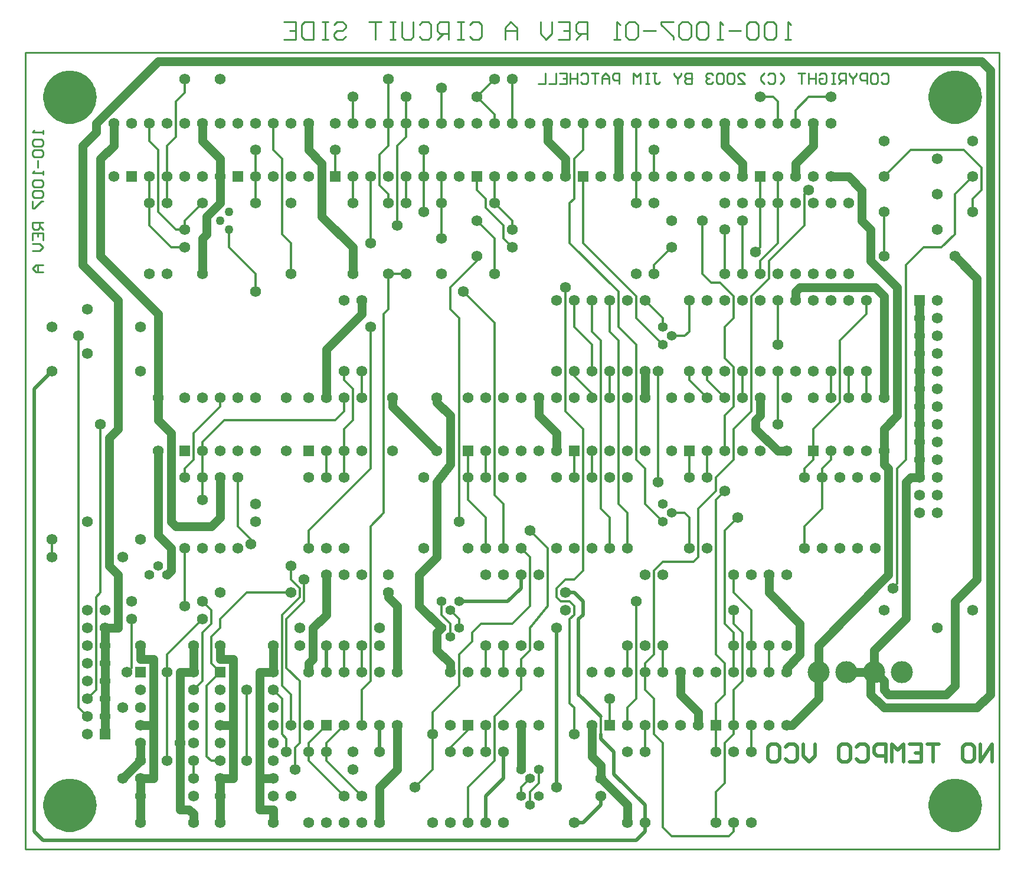
<source format=gbl>
*%FSLAX23Y23*%
*%MOIN*%
G01*
%ADD11C,0.006*%
%ADD12C,0.007*%
%ADD13C,0.008*%
%ADD14C,0.010*%
%ADD15C,0.012*%
%ADD16C,0.020*%
%ADD17C,0.032*%
%ADD18C,0.036*%
%ADD19C,0.050*%
%ADD20C,0.050*%
%ADD21C,0.052*%
%ADD22C,0.054*%
%ADD23C,0.055*%
%ADD24C,0.056*%
%ADD25C,0.059*%
%ADD26C,0.062*%
%ADD27C,0.066*%
%ADD28C,0.070*%
%ADD29C,0.090*%
%ADD30C,0.125*%
%ADD31C,0.129*%
%ADD32C,0.140*%
%ADD33C,0.160*%
%ADD34C,0.250*%
%ADD35R,0.062X0.062*%
%ADD36R,0.066X0.066*%
D14*
X11365Y9913D02*
X11375Y9923D01*
X11395D01*
X11405Y9913D01*
Y9873D01*
X11395Y9863D01*
X11375D01*
X11365Y9873D01*
X11335Y9923D02*
X11315D01*
X11335D02*
X11345Y9913D01*
Y9873D01*
X11335Y9863D01*
X11315D01*
X11305Y9873D01*
Y9913D01*
X11315Y9923D01*
X11285D02*
Y9863D01*
Y9923D02*
X11255D01*
X11245Y9913D01*
Y9893D01*
X11255Y9883D01*
X11285D01*
X11225Y9913D02*
Y9923D01*
Y9913D02*
X11205Y9893D01*
X11185Y9913D01*
Y9923D01*
X11205Y9893D02*
Y9863D01*
X11165D02*
Y9923D01*
X11135D01*
X11125Y9913D01*
Y9893D01*
X11135Y9883D01*
X11165D01*
X11145D02*
X11125Y9863D01*
X11105Y9923D02*
X11085D01*
X11095D01*
Y9863D01*
X11105D01*
X11085D01*
X11025Y9923D02*
X11015Y9913D01*
X11025Y9923D02*
X11045D01*
X11055Y9913D01*
Y9873D01*
X11045Y9863D01*
X11025D01*
X11015Y9873D01*
Y9893D01*
X11035D01*
X10995Y9923D02*
Y9863D01*
Y9893D01*
X10955D01*
Y9923D01*
Y9863D01*
X10935Y9923D02*
X10895D01*
X10915D01*
Y9863D01*
X10815Y9883D02*
X10795Y9863D01*
X10815Y9883D02*
Y9903D01*
X10795Y9923D01*
X10735D02*
X10725Y9913D01*
X10735Y9923D02*
X10755D01*
X10765Y9913D01*
Y9873D01*
X10755Y9863D01*
X10735D01*
X10725Y9873D01*
X10705Y9863D02*
X10685Y9883D01*
Y9903D01*
X10705Y9923D01*
X10595Y9863D02*
X10555D01*
X10595D02*
X10555Y9903D01*
Y9913D01*
X10565Y9923D01*
X10585D01*
X10595Y9913D01*
X10535D02*
X10525Y9923D01*
X10505D01*
X10495Y9913D01*
Y9873D01*
X10505Y9863D01*
X10525D01*
X10535Y9873D01*
Y9913D01*
X10475D02*
X10465Y9923D01*
X10445D01*
X10435Y9913D01*
Y9873D01*
X10445Y9863D01*
X10465D01*
X10475Y9873D01*
Y9913D01*
X10415D02*
X10405Y9923D01*
X10385D01*
X10375Y9913D01*
Y9903D01*
X10376D01*
X10375D02*
X10376D01*
X10375D02*
X10376D01*
X10375D02*
X10385Y9893D01*
X10395D01*
X10385D01*
X10375Y9883D01*
Y9873D01*
X10385Y9863D01*
X10405D01*
X10415Y9873D01*
X10295Y9863D02*
Y9923D01*
Y9863D02*
X10265D01*
X10255Y9873D01*
Y9883D01*
X10265Y9893D01*
X10295D01*
X10296D01*
X10295D02*
X10296D01*
X10295D02*
X10296D01*
X10295D02*
X10265D01*
X10255Y9903D01*
Y9913D01*
X10265Y9923D01*
X10295D01*
X10235D02*
Y9913D01*
X10215Y9893D01*
X10195Y9913D01*
Y9923D01*
X10215Y9893D02*
Y9863D01*
X10095Y9923D02*
X10075D01*
X10085D02*
X10095D01*
X10085D02*
Y9873D01*
X10095Y9863D01*
X10105D01*
X10115Y9873D01*
X10055Y9923D02*
X10035D01*
X10045D01*
Y9863D01*
X10055D01*
X10035D01*
X10005D02*
Y9923D01*
X9985Y9903D01*
X9965Y9923D01*
Y9863D01*
X9885D02*
Y9923D01*
X9856D01*
X9846Y9913D01*
Y9893D01*
X9856Y9883D01*
X9885D01*
X9826Y9863D02*
Y9903D01*
X9806Y9923D01*
X9786Y9903D01*
Y9863D01*
Y9893D01*
X9826D01*
X9766Y9923D02*
X9726D01*
X9746D01*
Y9863D01*
X9676Y9923D02*
X9666Y9913D01*
X9676Y9923D02*
X9696D01*
X9706Y9913D01*
Y9873D01*
X9696Y9863D01*
X9676D01*
X9666Y9873D01*
X9646Y9863D02*
Y9923D01*
Y9893D02*
Y9863D01*
Y9893D02*
X9606D01*
Y9923D01*
Y9863D01*
X9586Y9923D02*
X9546D01*
X9586D02*
Y9863D01*
X9546D01*
X9566Y9893D02*
X9586D01*
X9526Y9923D02*
Y9863D01*
X9486D01*
X9466D02*
Y9923D01*
Y9863D02*
X9426D01*
X10822Y10113D02*
X10855D01*
X10838D02*
X10822D01*
X10838D02*
Y10213D01*
X10839D01*
X10838D02*
X10855Y10196D01*
X10772D02*
X10755Y10213D01*
X10722D01*
X10705Y10196D01*
Y10130D01*
X10722Y10113D01*
X10755D01*
X10772Y10130D01*
Y10196D01*
X10672D02*
X10655Y10213D01*
X10622D01*
X10605Y10196D01*
Y10130D01*
X10622Y10113D01*
X10655D01*
X10672Y10130D01*
Y10196D01*
X10572Y10163D02*
X10505D01*
X10472Y10113D02*
X10438D01*
X10455D01*
Y10213D01*
X10456D01*
X10455D02*
X10472Y10196D01*
X10388D02*
X10372Y10213D01*
X10338D01*
X10322Y10196D01*
Y10130D01*
X10338Y10113D01*
X10372D01*
X10388Y10130D01*
Y10196D01*
X10289D02*
X10272Y10213D01*
X10239D01*
X10222Y10196D01*
Y10130D01*
X10239Y10113D01*
X10272D01*
X10289Y10130D01*
Y10196D01*
X10189Y10213D02*
X10122D01*
Y10196D01*
X10189Y10130D01*
Y10113D01*
X10089Y10163D02*
X10022D01*
X9989Y10196D02*
X9972Y10213D01*
X9939D01*
X9922Y10196D01*
Y10130D01*
X9939Y10113D01*
X9972D01*
X9989Y10130D01*
Y10196D01*
X9889Y10113D02*
X9855D01*
X9872D01*
Y10213D01*
X9873D01*
X9872D02*
X9889Y10196D01*
X9705Y10213D02*
Y10113D01*
Y10213D02*
X9655D01*
X9639Y10196D01*
Y10163D01*
X9655Y10146D01*
X9705D01*
X9672D02*
X9639Y10113D01*
X9605Y10213D02*
X9539D01*
X9605D02*
Y10113D01*
X9539D01*
X9572Y10163D02*
X9605D01*
X9505Y10146D02*
Y10213D01*
Y10146D02*
X9472Y10113D01*
X9439Y10146D01*
Y10213D01*
X9306Y10180D02*
Y10113D01*
Y10180D02*
X9272Y10213D01*
X9239Y10180D01*
Y10113D01*
Y10163D01*
X9306D01*
X9056Y10213D02*
X9039Y10196D01*
X9056Y10213D02*
X9089D01*
X9106Y10196D01*
Y10130D01*
X9089Y10113D01*
X9056D01*
X9039Y10130D01*
X9006Y10213D02*
X8972D01*
X8989D01*
Y10113D01*
X9006D01*
X8972D01*
X8922D02*
Y10213D01*
X8872D01*
X8856Y10196D01*
Y10163D01*
X8872Y10146D01*
X8922D01*
X8889D02*
X8856Y10113D01*
X8756Y10196D02*
X8772Y10213D01*
X8806D01*
X8822Y10196D01*
Y10130D01*
X8806Y10113D01*
X8772D01*
X8756Y10130D01*
X8722D02*
Y10213D01*
Y10130D02*
X8706Y10113D01*
X8672D01*
X8656Y10130D01*
Y10213D01*
X8622D02*
X8589D01*
X8606D01*
Y10113D01*
X8622D01*
X8589D01*
X8539Y10213D02*
X8472D01*
X8506D01*
Y10113D01*
X8289Y10213D02*
X8273Y10196D01*
X8289Y10213D02*
X8322D01*
X8339Y10196D01*
Y10180D01*
X8322Y10163D01*
X8289D01*
X8273Y10146D01*
Y10130D01*
X8289Y10113D01*
X8322D01*
X8339Y10130D01*
X8239Y10213D02*
X8206D01*
X8223D01*
Y10113D01*
X8239D01*
X8206D01*
X8156D02*
Y10213D01*
Y10113D02*
X8106D01*
X8089Y10130D01*
Y10196D01*
X8106Y10213D01*
X8156D01*
X8056D02*
X7989D01*
X8056D02*
Y10113D01*
X7989D01*
X8023Y10163D02*
X8056D01*
X6630Y9598D02*
Y9578D01*
Y9588D01*
X6570D01*
X6571D01*
X6570D02*
X6580Y9598D01*
Y9548D02*
X6570Y9538D01*
Y9518D01*
X6580Y9508D01*
X6620D01*
X6630Y9518D01*
Y9538D01*
X6620Y9548D01*
X6580D01*
Y9488D02*
X6570Y9478D01*
Y9458D01*
X6580Y9448D01*
X6620D01*
X6630Y9458D01*
Y9478D01*
X6620Y9488D01*
X6580D01*
X6600Y9428D02*
Y9388D01*
X6630Y9368D02*
Y9348D01*
Y9358D01*
X6570D01*
X6571D01*
X6570D02*
X6580Y9368D01*
Y9318D02*
X6570Y9308D01*
Y9288D01*
X6580Y9278D01*
X6620D01*
X6630Y9288D01*
Y9308D01*
X6620Y9318D01*
X6580D01*
Y9258D02*
X6570Y9248D01*
Y9228D01*
X6580Y9218D01*
X6620D01*
X6630Y9228D01*
Y9248D01*
X6620Y9258D01*
X6580D01*
X6570Y9198D02*
Y9158D01*
X6580D01*
X6620Y9198D01*
X6630D01*
Y9078D02*
X6570D01*
Y9048D01*
X6580Y9038D01*
X6600D01*
X6610Y9048D01*
Y9078D01*
Y9058D02*
X6630Y9038D01*
X6570Y9018D02*
Y8978D01*
Y9018D02*
X6630D01*
Y8978D01*
X6600Y8998D02*
Y9018D01*
X6610Y8958D02*
X6570D01*
X6610D02*
X6630Y8938D01*
X6610Y8918D01*
X6570D01*
X6590Y8838D02*
X6630D01*
X6590D02*
X6570Y8818D01*
X6590Y8798D01*
X6630D01*
X6600D01*
Y8838D01*
X6530Y10038D02*
X12030D01*
Y5538D02*
X6530D01*
Y10038D01*
X12030D02*
Y5538D01*
D15*
X9480Y6913D02*
X9380Y6788D01*
X8330Y5838D02*
X8130Y6038D01*
X8230D02*
X8430Y5838D01*
X9180Y8513D02*
X9005Y8688D01*
X7830Y8788D02*
X7680Y8938D01*
X7355D02*
X7230Y9063D01*
X9680Y8963D02*
X9980Y8663D01*
Y8538D02*
X10130Y8388D01*
X9880Y8688D02*
X9605Y8963D01*
X8480Y7688D02*
X8130Y7338D01*
X8930Y8713D02*
X9080Y8863D01*
X7530Y6838D02*
X7330Y6638D01*
X7530Y7838D02*
X7655Y7963D01*
X7630Y8038D02*
X7480Y7888D01*
X7780Y6988D02*
X7630Y6838D01*
X10730Y8863D02*
X10930Y9063D01*
X8980Y6463D02*
X8830Y6313D01*
X9180Y6288D02*
X9330Y6438D01*
X9180Y6038D02*
X9030Y5888D01*
X11380Y9338D02*
X11530Y9488D01*
X11280Y8563D02*
X11130Y8413D01*
Y8063D02*
X10980Y7913D01*
X10505Y5613D02*
X10180D01*
X6680Y7188D02*
Y7288D01*
X6830Y6338D02*
Y8438D01*
Y6338D02*
X6880Y6288D01*
Y6388D02*
X6930Y6438D01*
X7580Y6038D02*
X7630D01*
X6930Y6438D02*
Y6963D01*
X6955Y6988D02*
Y7938D01*
Y6988D02*
X6930Y6963D01*
X7230Y9063D02*
Y9188D01*
X7280Y9138D02*
Y9488D01*
X7230Y9538D02*
Y9638D01*
Y9338D02*
Y9188D01*
X7130Y6838D02*
Y6563D01*
X7380Y9038D02*
X7280Y9138D01*
Y9488D02*
X7230Y9538D01*
X7130Y6563D02*
X7105Y6538D01*
X7330D02*
Y6038D01*
X7430Y9038D02*
Y9088D01*
Y7688D02*
Y7638D01*
X7480Y7738D02*
Y7888D01*
X7430Y7238D02*
Y6913D01*
Y9813D02*
Y9888D01*
X7480Y6038D02*
Y5938D01*
X7330Y6538D02*
Y6638D01*
Y9188D02*
Y9338D01*
Y9513D01*
X7380Y9563D02*
Y9763D01*
X7530Y9188D02*
X7430Y9088D01*
X7480Y7738D02*
X7430Y7688D01*
X7530Y6488D02*
X7480Y6438D01*
X7330Y9513D02*
X7380Y9563D01*
Y9763D02*
X7430Y9813D01*
X7530Y7638D02*
Y7513D01*
X7680Y8938D02*
Y9038D01*
X7630Y8088D02*
Y8038D01*
Y6838D02*
Y6788D01*
X7530Y7788D02*
Y7838D01*
X7580Y6738D02*
Y6588D01*
X7555Y6463D02*
Y6063D01*
X7530Y6488D02*
Y6763D01*
X7580Y6813D02*
Y6888D01*
X7530Y7638D02*
Y7788D01*
X7580Y6588D02*
X7630Y6538D01*
X7555Y6063D02*
X7580Y6038D01*
Y6888D02*
X7530Y6938D01*
X7630Y6788D02*
X7580Y6738D01*
X7630Y6538D02*
X7555Y6463D01*
X7530Y6763D02*
X7580Y6813D01*
X9105D02*
X9280D01*
X7830Y9338D02*
Y9488D01*
Y9338D02*
Y9188D01*
Y8788D02*
Y8688D01*
X7780Y6438D02*
Y6038D01*
X7805Y7263D02*
Y7288D01*
X7730Y7363D02*
Y7638D01*
Y7363D02*
X7805Y7288D01*
X7780Y6988D02*
X8030D01*
X9580Y7063D02*
X9630D01*
X9605Y6938D02*
X9555D01*
X8030Y6413D02*
Y6238D01*
Y7063D02*
Y7138D01*
X8055Y6113D02*
Y5988D01*
X8030Y8788D02*
Y8963D01*
X7980Y6863D02*
Y6463D01*
Y6388D02*
Y6188D01*
X8005Y6163D02*
Y6088D01*
Y6563D02*
Y6838D01*
X7930Y9488D02*
Y9638D01*
X7980Y9438D02*
Y9013D01*
X8030Y7063D02*
X8080Y7013D01*
X7980Y6463D02*
X8030Y6413D01*
X8080Y6488D02*
X8005Y6563D01*
X7930Y6438D02*
X7980Y6388D01*
Y6188D02*
X8005Y6163D01*
X7980Y9438D02*
X7930Y9488D01*
X7980Y9013D02*
X8030Y8963D01*
X8080Y6138D02*
X8055Y6113D01*
X7980Y6863D02*
X8080Y6963D01*
X8105Y6938D02*
X8005Y6838D01*
X10130Y7163D02*
X10305D01*
X8130Y7238D02*
Y7338D01*
X8230Y7638D02*
Y7788D01*
Y6088D02*
Y6038D01*
Y6088D02*
Y6138D01*
X8130Y6088D02*
Y6038D01*
X8080Y6963D02*
Y7013D01*
X8105Y7063D02*
Y6938D01*
X8130Y6138D02*
Y6088D01*
X8080Y6138D02*
Y6488D01*
X8330Y6238D02*
X8230Y6138D01*
X8130D02*
X8230Y6238D01*
X10180Y7438D02*
X10255D01*
X8330Y7638D02*
Y7788D01*
Y7913D01*
Y8188D02*
Y8238D01*
X8380Y8138D02*
Y7963D01*
X8430Y8088D02*
Y8238D01*
Y6688D02*
Y6538D01*
Y6438D02*
Y6238D01*
X8380Y9638D02*
Y9788D01*
X8330Y8088D02*
Y8013D01*
Y6688D02*
Y6538D01*
X8380Y9188D02*
Y9338D01*
X8280D02*
Y9488D01*
X8330Y8188D02*
X8380Y8138D01*
Y7963D02*
X8330Y7913D01*
X8480Y6488D02*
X8430Y6438D01*
X8280Y7963D02*
X8330Y8013D01*
X8555Y8563D02*
Y7438D01*
X8580Y8588D02*
Y8788D01*
X8480Y8488D02*
Y7688D01*
X8630Y9063D02*
Y9513D01*
X8480Y7363D02*
Y6488D01*
X8530Y9288D02*
Y9463D01*
X8580Y9238D02*
Y9188D01*
X8480Y9338D02*
Y8963D01*
X8580Y9513D02*
Y9638D01*
Y9888D01*
X8530Y9288D02*
X8580Y9238D01*
Y8588D02*
X8555Y8563D01*
Y7438D02*
X8480Y7363D01*
X8630Y9513D02*
X8680Y9563D01*
X8580Y9513D02*
X8530Y9463D01*
X8830Y6313D02*
Y6188D01*
Y5988D01*
X8680Y9638D02*
Y9788D01*
X8780Y9488D02*
Y9338D01*
Y9138D01*
X8680Y9188D02*
Y9338D01*
Y9563D02*
Y9638D01*
X8830Y5988D02*
X8730Y5888D01*
X8280Y7963D02*
X7655D01*
X8880Y8988D02*
Y9188D01*
X9030Y5888D02*
Y5688D01*
Y6213D02*
Y6238D01*
Y7638D02*
Y7788D01*
Y7638D02*
Y7513D01*
X8930Y8588D02*
Y8713D01*
X8980Y8538D02*
Y7388D01*
Y6638D02*
Y6463D01*
X8930Y6113D02*
Y6088D01*
X8880Y6863D02*
Y6938D01*
X8930Y6813D02*
Y6738D01*
X8980Y6788D02*
Y6838D01*
X8880Y9638D02*
Y9838D01*
Y9338D02*
Y9188D01*
X9030Y7513D02*
X9130Y7413D01*
X8980Y8538D02*
X8930Y8588D01*
X8880Y6863D02*
X8930Y6813D01*
X8980Y6838D02*
X8930Y6888D01*
X9030Y6213D02*
X8930Y6113D01*
X8980Y6638D02*
X9055Y6713D01*
X9230Y7238D02*
Y7488D01*
Y6688D02*
Y6538D01*
Y8988D02*
Y9063D01*
X9180Y9638D02*
Y9688D01*
X9055Y6763D02*
Y6713D01*
X9080Y8863D02*
Y8888D01*
X9180Y8513D02*
Y7538D01*
X9130Y6688D02*
Y6538D01*
X9180Y6288D02*
Y6038D01*
X9130Y6088D02*
Y6238D01*
X9180Y8788D02*
Y8988D01*
Y9188D02*
Y9338D01*
X9130Y7788D02*
Y7638D01*
Y7413D02*
Y7238D01*
Y9163D02*
Y9213D01*
X9080Y9263D02*
Y9338D01*
X9230Y8988D02*
X9280Y8938D01*
X9180Y9688D02*
X9080Y9788D01*
X9180Y7538D02*
X9230Y7488D01*
X9180Y8988D02*
X9080Y9088D01*
X9180Y9188D02*
X9280Y9088D01*
X9130Y9213D02*
X9080Y9263D01*
X9130Y9163D02*
X9230Y9063D01*
X9080Y9788D02*
X9180Y9888D01*
X9105Y6813D02*
X9055Y6763D01*
X10180Y8438D02*
X10255D01*
X9430Y5938D02*
Y5913D01*
Y5938D02*
Y5988D01*
X9380Y6913D02*
Y7188D01*
Y6788D02*
Y6688D01*
X9330Y6613D02*
Y6538D01*
X9380Y6663D02*
Y6688D01*
X9330Y6538D02*
Y6438D01*
X9380Y5863D02*
Y5788D01*
X9330Y5838D02*
Y5888D01*
X9280Y9038D02*
Y9088D01*
Y9638D02*
Y9888D01*
X9380Y7338D02*
X9480Y7238D01*
X9380Y7188D02*
X9330Y7238D01*
X9380Y6913D02*
X9280Y6813D01*
X9380Y6663D02*
X9330Y6613D01*
X9430Y5913D02*
X9380Y5863D01*
X9330Y5888D02*
X9380Y5938D01*
X9630Y6188D02*
Y6338D01*
X9605Y6363D02*
Y6838D01*
X9630Y6863D02*
Y6913D01*
Y8488D02*
Y8638D01*
Y8238D02*
Y8213D01*
Y7788D02*
Y7638D01*
X9605Y8963D02*
Y9188D01*
X9630Y9213D02*
Y9438D01*
X9580Y8713D02*
Y8013D01*
X9480Y7238D02*
Y6913D01*
X9530Y6963D02*
Y7013D01*
X9605Y6363D02*
X9630Y6338D01*
Y6913D02*
X9605Y6938D01*
X9680Y7913D02*
X9580Y8013D01*
X9730Y8388D02*
X9630Y8488D01*
Y8213D02*
X9730Y8113D01*
X9530Y6963D02*
X9555Y6938D01*
X9630Y6863D02*
X9605Y6838D01*
X9630Y7063D02*
X9680Y7113D01*
X9605Y9188D02*
X9630Y9213D01*
Y9438D02*
X9680Y9488D01*
X9580Y7063D02*
X9530Y7013D01*
X8680Y8788D02*
X8580D01*
X10405Y8738D02*
X10455D01*
X9830Y6388D02*
Y6238D01*
X9780Y6188D02*
Y6288D01*
Y7463D02*
Y8413D01*
X9830Y7413D02*
Y7238D01*
Y8463D02*
Y8638D01*
Y8238D02*
Y8088D01*
X9680Y7913D02*
Y7113D01*
X9730Y8238D02*
Y8388D01*
Y8463D02*
Y8638D01*
Y8113D02*
Y8088D01*
Y7788D02*
Y7638D01*
X9680Y8963D02*
Y9338D01*
Y9488D02*
Y9638D01*
X9780Y7463D02*
X9830Y7413D01*
X9880Y8413D02*
X9830Y8463D01*
X9780Y8413D02*
X9730Y8463D01*
X7430Y9038D02*
X7380D01*
X11605Y8938D02*
X11705D01*
X7430D02*
X7355D01*
X10030Y6538D02*
Y6438D01*
Y6538D02*
Y6588D01*
Y6238D02*
Y6088D01*
Y7488D02*
Y7688D01*
X9980Y6938D02*
Y6388D01*
Y9338D02*
Y9638D01*
Y9338D02*
Y9188D01*
Y8663D02*
Y8538D01*
Y8388D02*
Y7738D01*
X9930Y6688D02*
Y6538D01*
Y6338D02*
Y6238D01*
X9880Y7488D02*
Y8413D01*
X9930Y7438D02*
Y7238D01*
X9880Y8488D02*
Y8688D01*
X10030Y6438D02*
X10080Y6388D01*
X10130Y7388D02*
X10030Y7488D01*
X10130Y8538D02*
X10030Y8638D01*
X9980Y7738D02*
X10030Y7688D01*
X9880Y7488D02*
X9930Y7438D01*
X9980Y8388D02*
X9880Y8488D01*
X10080Y6638D02*
X10030Y6588D01*
X9980Y6388D02*
X9930Y6338D01*
X10105Y7613D02*
Y8238D01*
X10080Y9338D02*
Y9488D01*
Y6388D02*
Y6188D01*
X10130Y6138D02*
Y5663D01*
X10080Y8788D02*
Y8838D01*
X10130Y6688D02*
Y6538D01*
X10080Y6638D02*
Y7113D01*
X10130Y8488D02*
Y8538D01*
X10080Y6188D02*
X10130Y6138D01*
Y5663D02*
X10180Y5613D01*
X10080Y8838D02*
X10180Y8938D01*
X10130Y7163D02*
X10080Y7113D01*
X10380Y7638D02*
Y7788D01*
Y8188D02*
Y8238D01*
X10355Y8788D02*
Y9088D01*
X10330Y7463D02*
Y7188D01*
X10280Y7238D02*
Y7413D01*
Y7638D02*
Y7788D01*
Y8463D02*
Y8638D01*
Y8238D02*
Y8188D01*
X10380D02*
X10480Y8088D01*
X10405Y8738D02*
X10355Y8788D01*
X10255Y7438D02*
X10280Y7413D01*
X10380Y8088D02*
X10280Y8188D01*
X10430Y7563D02*
X10330Y7463D01*
Y7188D02*
X10305Y7163D01*
X10255Y8438D02*
X10280Y8463D01*
X11530Y9488D02*
X11830D01*
X10580Y9088D02*
Y8788D01*
Y6763D02*
Y6488D01*
Y8088D02*
Y8238D01*
X10480Y7338D02*
Y6813D01*
X10530Y5688D02*
Y5638D01*
Y8038D02*
Y8263D01*
X10430Y7638D02*
Y7588D01*
X10530Y7738D02*
Y7913D01*
X10480Y7988D02*
Y7788D01*
Y8313D02*
Y8488D01*
X10530Y8538D02*
Y8663D01*
X10430Y7588D02*
Y7563D01*
Y7513D02*
Y6638D01*
X10480Y6588D02*
Y6413D01*
X10530Y6688D02*
Y6763D01*
X10430Y6363D02*
Y6238D01*
X10480Y8788D02*
Y9038D01*
X10530Y6438D02*
Y6238D01*
Y6813D02*
Y6888D01*
Y6988D02*
Y7088D01*
Y6688D02*
Y6538D01*
X10430Y6238D02*
Y6088D01*
Y5863D02*
Y5688D01*
X10480Y5913D02*
Y6138D01*
X10530Y6188D02*
Y6238D01*
Y8263D02*
X10480Y8313D01*
X10530Y8663D02*
X10505Y8688D01*
X10455Y8738D01*
X10480Y6813D02*
X10530Y6763D01*
X10430Y6638D02*
X10480Y6588D01*
X10580Y6763D02*
X10530Y6813D01*
X10630Y6888D02*
X10530Y6988D01*
X10480Y7338D02*
X10555Y7413D01*
X10530Y5638D02*
X10505Y5613D01*
X10480Y7988D02*
X10530Y8038D01*
Y7738D02*
X10430Y7638D01*
X10530Y7913D02*
X10630Y8013D01*
X10480Y8488D02*
X10530Y8538D01*
X10480Y7563D02*
X10430Y7513D01*
X10480Y6413D02*
X10430Y6363D01*
X10530Y6438D02*
X10580Y6488D01*
X10480Y5913D02*
X10430Y5863D01*
X10480Y6138D02*
X10530Y6188D01*
X10955Y9788D02*
X11080D01*
X10755D02*
X10680D01*
X10780Y8638D02*
Y8388D01*
Y9188D02*
Y9338D01*
Y9188D02*
Y8963D01*
Y9638D02*
Y9763D01*
Y8238D02*
Y7938D01*
X10630Y8013D02*
Y8663D01*
X10730Y8763D02*
Y8863D01*
X10680Y8938D02*
Y9188D01*
X10630Y6888D02*
Y6688D01*
X10730D02*
Y6538D01*
X10630D02*
Y6688D01*
Y6238D02*
Y6088D01*
X10680Y9188D02*
Y9338D01*
Y8863D02*
Y8788D01*
X10780Y9763D02*
X10755Y9788D01*
X10730Y8763D02*
X10630Y8663D01*
X10655Y8913D02*
X10680Y8938D01*
Y8863D02*
X10780Y8963D01*
X10980Y7913D02*
Y7788D01*
Y7738D01*
X10930Y9063D02*
Y9238D01*
Y7363D02*
Y7238D01*
X10880Y9638D02*
Y9713D01*
X10930Y7663D02*
Y7638D01*
Y7663D02*
Y7688D01*
Y9238D02*
X10955Y9263D01*
X11030Y7463D02*
X10930Y7363D01*
X10880Y9713D02*
X10955Y9788D01*
X10980Y7738D02*
X10930Y7688D01*
X11180Y8088D02*
Y8238D01*
X11080D02*
Y8088D01*
X11130Y8063D02*
Y8413D01*
X11030Y7638D02*
Y7613D01*
Y7463D01*
X11080Y7738D02*
Y7788D01*
X11030Y7688D02*
Y7638D01*
Y7688D02*
X11080Y7738D01*
X11380Y8888D02*
Y9138D01*
X11280Y8238D02*
Y8088D01*
Y8563D02*
Y8638D01*
X11455Y7688D02*
Y7038D01*
X11505Y7738D02*
Y8838D01*
X11455Y7038D02*
X11430Y7013D01*
X11455Y7688D02*
X11505Y7738D01*
Y8838D02*
X11605Y8938D01*
X11780Y9013D02*
Y9238D01*
X11880Y9338D01*
X11780Y9013D02*
X11705Y8938D01*
X11930Y9263D02*
Y9388D01*
X11880Y9213D02*
Y9138D01*
X11930Y9388D02*
X11830Y9488D01*
X11930Y9263D02*
X11880Y9213D01*
D16*
X9855Y5963D02*
X10030Y5788D01*
X9680Y5688D02*
X9630D01*
X9980Y5588D02*
X6630D01*
X6580Y5638D02*
Y8138D01*
Y5638D02*
X6630Y5588D01*
X6580Y8138D02*
X6680Y8238D01*
X9580Y6988D02*
X9630D01*
X9255Y6938D02*
X8980D01*
X8230Y6688D02*
Y6538D01*
X8530Y6238D02*
Y6088D01*
X9230D02*
Y5938D01*
X9130Y5838D02*
Y5688D01*
Y5838D02*
X9230Y5938D01*
X9330Y7013D02*
Y7088D01*
Y7013D02*
X9255Y6938D01*
X9530Y6788D02*
Y5888D01*
X9680Y6938D02*
X9630Y6988D01*
X9780Y6188D02*
Y6163D01*
Y5838D02*
Y5788D01*
X9655Y6413D02*
Y6838D01*
X9680Y6863D02*
Y6938D01*
X9780Y6163D02*
X9855Y6088D01*
X9680Y6388D02*
X9655Y6413D01*
X9680Y6388D02*
X9780Y6288D01*
X9655Y6838D02*
X9680Y6863D01*
X9780Y5788D02*
X9680Y5688D01*
X10030D02*
Y5638D01*
Y5688D02*
Y5788D01*
X9855Y5963D02*
Y6088D01*
X10030Y5638D02*
X9980Y5588D01*
X11990Y6033D02*
Y6133D01*
X11923Y6033D01*
Y6133D01*
X11873D02*
X11840D01*
X11873D02*
X11890Y6116D01*
Y6050D01*
X11873Y6033D01*
X11840D01*
X11823Y6050D01*
Y6116D01*
X11840Y6133D01*
X11690D02*
X11623D01*
X11657D01*
Y6033D01*
X11590Y6133D02*
X11523D01*
X11590D02*
Y6033D01*
X11523D01*
X11557Y6083D02*
X11590D01*
X11490Y6033D02*
Y6133D01*
X11457Y6100D01*
X11424Y6133D01*
Y6033D01*
X11390D02*
Y6133D01*
X11340D01*
X11324Y6116D01*
Y6083D01*
X11340Y6066D01*
X11390D01*
X11240Y6133D02*
X11224Y6116D01*
X11240Y6133D02*
X11274D01*
X11290Y6116D01*
Y6050D01*
X11274Y6033D01*
X11240D01*
X11224Y6050D01*
X11174Y6133D02*
X11140D01*
X11174D02*
X11190Y6116D01*
Y6050D01*
X11174Y6033D01*
X11140D01*
X11124Y6050D01*
Y6116D01*
X11140Y6133D01*
X10990D02*
Y6066D01*
X10957Y6033D01*
X10924Y6066D01*
Y6133D01*
X10840D02*
X10824Y6116D01*
X10840Y6133D02*
X10874D01*
X10890Y6116D01*
Y6050D01*
X10874Y6033D01*
X10840D01*
X10824Y6050D01*
X10774Y6133D02*
X10740D01*
X10774D02*
X10790Y6116D01*
Y6050D01*
X10774Y6033D01*
X10740D01*
X10724Y6050D01*
Y6116D01*
X10740Y6133D01*
D20*
X8855Y7613D02*
X8930Y7713D01*
X11012Y6688D02*
X11405Y7088D01*
X8930Y7988D02*
X8855Y8063D01*
X8605Y8038D02*
X8855Y7788D01*
X8580Y6963D02*
X8630Y6913D01*
X11330Y6538D02*
X11380Y6488D01*
Y6438D02*
X11405Y6413D01*
X11905Y8763D02*
X11780Y8888D01*
X10580Y9413D02*
X10480Y9513D01*
X9580Y9438D02*
X9480Y9538D01*
X10655Y7913D02*
X10780Y7788D01*
X9530Y7888D02*
X9430Y7988D01*
X7355Y7888D02*
X7280Y7963D01*
X7355Y7388D02*
X7380Y7363D01*
X11380Y7713D02*
X11405Y7688D01*
X10230Y6413D02*
X10330Y6313D01*
X10905Y6813D02*
X10730Y6988D01*
X11255Y9263D02*
X11180Y9338D01*
X11255Y9088D02*
X11305Y9038D01*
X7630Y9438D02*
X7530Y9538D01*
X6955Y8888D02*
X7280Y8563D01*
X9730Y6063D02*
X9780Y6013D01*
Y5938D02*
X9930Y5788D01*
X8930Y6588D02*
X8855Y6663D01*
X7355Y7238D02*
X7330Y7263D01*
X7280Y7313D01*
X7455Y5763D02*
X7480Y5738D01*
X7055Y7088D02*
X7005Y7138D01*
X7055Y8638D02*
X6855Y8838D01*
X11305Y6413D02*
X11380Y6338D01*
X11980Y9938D02*
X11930Y9988D01*
X11305Y8863D02*
X11455Y8713D01*
X11380Y8663D02*
X11330Y8713D01*
X8380Y8938D02*
X8205Y9113D01*
Y9413D02*
X8130Y9488D01*
X8755Y6913D02*
X8880Y6788D01*
X8230Y8363D02*
X8430Y8563D01*
X7180Y6038D02*
X7080Y5938D01*
X7530Y8988D02*
X7555Y9013D01*
Y9113D02*
X7580Y9138D01*
X7630Y9188D01*
X11730Y6413D02*
X11780Y6463D01*
Y6938D02*
X11905Y7063D01*
X10680Y7988D02*
X10655Y7963D01*
X7630Y7413D02*
X7580Y7363D01*
X10830Y6563D02*
X10905Y6638D01*
X10880Y9413D02*
X10980Y9513D01*
X11530Y7638D02*
X11505Y7613D01*
Y6844D02*
X11324Y6663D01*
X11380Y7913D02*
X11455Y7988D01*
X7030Y9513D02*
X6955Y9438D01*
X8880Y6788D02*
X8855Y6763D01*
X7355Y7113D02*
X7330Y7088D01*
X8155Y6788D02*
X8230Y6863D01*
X8155Y6613D02*
X8130Y6588D01*
X10862Y6238D02*
X11012Y6388D01*
X8630Y5988D02*
X8530Y5888D01*
X7005Y7863D02*
X7055Y7913D01*
X6855Y9513D02*
X6930Y9588D01*
Y9638D02*
X7280Y9988D01*
X11905Y6338D02*
X11980Y6413D01*
X10880Y8688D02*
X10905Y8713D01*
X8855Y7188D02*
X8755Y7088D01*
X7930Y5763D02*
X7855D01*
X7455D02*
X7430D01*
X7405D01*
X6855Y8838D02*
Y9513D01*
X7855Y5938D02*
X7930D01*
X7255D02*
X7180D01*
X7630D02*
X7705D01*
X7055Y6788D02*
Y7088D01*
Y7913D02*
Y8638D01*
X7030Y9513D02*
Y9638D01*
X6955Y9438D02*
Y8888D01*
X6980Y6288D02*
Y6188D01*
Y6288D02*
Y6388D01*
Y6488D01*
Y6588D01*
Y6688D01*
Y6788D01*
X7005Y7138D02*
Y7863D01*
X6930Y9588D02*
Y9638D01*
X7180Y6238D02*
X7255D01*
X7630D02*
X7705D01*
X10830D02*
X10862D01*
X7280Y7963D02*
Y8088D01*
Y8563D01*
Y7788D02*
Y7313D01*
X7255Y6238D02*
Y5938D01*
Y6238D02*
Y6613D01*
X7180Y6138D02*
Y6038D01*
Y5838D02*
Y5688D01*
Y5838D02*
Y5938D01*
Y6613D02*
Y6688D01*
X11405Y6413D02*
X11730D01*
X11905Y6338D02*
X11380D01*
X7480Y5738D02*
Y5688D01*
Y6538D02*
Y6688D01*
X7355Y7388D02*
Y7888D01*
Y7238D02*
Y7113D01*
X7405Y6538D02*
Y5763D01*
X7630Y6613D02*
X7705D01*
X7255D02*
X7180D01*
X11168Y6538D02*
X11180D01*
X11324D01*
X7480D02*
X7405D01*
X7855D02*
X7930D01*
X7630Y9188D02*
Y9338D01*
Y7638D02*
Y7413D01*
Y9338D02*
Y9438D01*
Y5838D02*
Y5688D01*
Y6613D02*
Y6688D01*
Y5938D02*
Y5838D01*
X7530Y8788D02*
Y8988D01*
X7555Y9013D02*
Y9113D01*
X7530Y9538D02*
Y9638D01*
X7055Y6788D02*
X6980D01*
X7855Y5938D02*
Y5763D01*
Y5938D02*
Y6538D01*
X7705Y6613D02*
Y6238D01*
Y5938D01*
X7930Y6538D02*
Y6688D01*
Y5763D02*
Y5688D01*
X8230Y8088D02*
Y8363D01*
Y7088D02*
Y6863D01*
X8155Y6788D02*
Y6613D01*
X8130Y6588D02*
Y6538D01*
X8205Y9113D02*
Y9413D01*
X8130Y9488D02*
Y9638D01*
X7580Y7363D02*
X7380D01*
X8430Y8563D02*
Y8638D01*
X8380Y8788D02*
Y8938D01*
X11530Y7638D02*
X11580D01*
X8605Y8038D02*
Y8088D01*
X8630Y6913D02*
Y6538D01*
Y6238D02*
Y5988D01*
X8580Y6963D02*
Y6988D01*
X8530Y5888D02*
Y5688D01*
X10780Y7788D02*
X10830D01*
X8855Y8063D02*
Y8088D01*
Y7613D02*
Y7188D01*
Y6763D02*
Y6663D01*
X8755Y6913D02*
Y7088D01*
X8930Y7713D02*
Y7988D01*
Y6588D02*
Y6538D01*
X9430Y7988D02*
Y8088D01*
X9330Y6238D02*
Y5988D01*
X9580Y9338D02*
Y9438D01*
X9480Y9538D02*
Y9638D01*
X9530Y7888D02*
Y7788D01*
X10905Y8713D02*
X11330D01*
X9780Y6013D02*
Y5938D01*
X9730Y6063D02*
Y6238D01*
X10030Y8088D02*
Y8238D01*
X9930Y5788D02*
Y5688D01*
X9880Y9338D02*
Y9638D01*
X11080Y9338D02*
X11180D01*
X10230Y6538D02*
Y6413D01*
X10330Y6313D02*
Y6238D01*
X10580Y9338D02*
Y9413D01*
X10480Y9513D02*
Y9638D01*
X10655Y7963D02*
Y7913D01*
X10680Y7988D02*
Y8088D01*
X10730Y7088D02*
Y6988D01*
X11930Y9988D02*
X7280D01*
X10980Y9638D02*
Y9513D01*
X10830Y6563D02*
Y6538D01*
X10905Y6638D02*
Y6813D01*
X10880Y9338D02*
Y9413D01*
Y8688D02*
Y8638D01*
X11012Y6688D02*
Y6538D01*
Y6388D01*
X11380Y6438D02*
Y6488D01*
Y7713D02*
Y7788D01*
Y7913D01*
Y8088D02*
Y8663D01*
X11324Y6663D02*
Y6538D01*
X11255Y9088D02*
Y9263D01*
X11305Y6538D02*
Y6413D01*
Y8863D02*
Y9038D01*
X11580Y8638D02*
Y8538D01*
Y8438D01*
Y8338D01*
Y8238D01*
Y8138D01*
Y8038D01*
Y7938D01*
Y7838D01*
Y7738D01*
Y7638D01*
X11405Y7688D02*
Y7088D01*
X11505Y6844D02*
Y7613D01*
X11455Y7988D02*
Y8713D01*
X11780Y6938D02*
Y6463D01*
X11980Y6413D02*
Y8888D01*
Y9938D01*
X11905Y8763D02*
Y7063D01*
X11655Y9788D02*
X11656D01*
X11655D02*
X11655Y9778D01*
X11657Y9768D01*
X11659Y9758D01*
X11661Y9748D01*
X11665Y9739D01*
X11669Y9730D01*
X11674Y9721D01*
X11680Y9713D01*
X11686Y9705D01*
X11693Y9698D01*
X11701Y9691D01*
X11709Y9685D01*
X11718Y9680D01*
X11726Y9675D01*
X11736Y9671D01*
X11745Y9668D01*
X11755Y9666D01*
X11765Y9664D01*
X11775Y9663D01*
X11785D01*
X11795Y9664D01*
X11805Y9666D01*
X11815Y9668D01*
X11824Y9671D01*
X11834Y9675D01*
X11842Y9680D01*
X11851Y9685D01*
X11859Y9691D01*
X11867Y9698D01*
X11874Y9705D01*
X11880Y9713D01*
X11886Y9721D01*
X11891Y9730D01*
X11895Y9739D01*
X11899Y9748D01*
X11901Y9758D01*
X11903Y9768D01*
X11905Y9778D01*
X11905Y9788D01*
X11906D01*
X11905D02*
X11905Y9798D01*
X11903Y9808D01*
X11901Y9818D01*
X11899Y9828D01*
X11895Y9837D01*
X11891Y9846D01*
X11886Y9855D01*
X11880Y9863D01*
X11874Y9871D01*
X11867Y9878D01*
X11859Y9885D01*
X11851Y9891D01*
X11842Y9896D01*
X11834Y9901D01*
X11824Y9905D01*
X11815Y9908D01*
X11805Y9910D01*
X11795Y9912D01*
X11785Y9913D01*
X11775D01*
X11765Y9912D01*
X11755Y9910D01*
X11745Y9908D01*
X11736Y9905D01*
X11726Y9901D01*
X11718Y9896D01*
X11709Y9891D01*
X11701Y9885D01*
X11693Y9878D01*
X11686Y9871D01*
X11680Y9863D01*
X11674Y9855D01*
X11669Y9846D01*
X11665Y9837D01*
X11661Y9828D01*
X11659Y9818D01*
X11657Y9808D01*
X11655Y9798D01*
X11655Y9788D01*
X11703D02*
X11704D01*
X11703D02*
X11704Y9779D01*
X11705Y9770D01*
X11708Y9762D01*
X11711Y9753D01*
X11716Y9746D01*
X11721Y9739D01*
X11727Y9732D01*
X11734Y9726D01*
X11742Y9721D01*
X11750Y9717D01*
X11758Y9714D01*
X11767Y9712D01*
X11776Y9711D01*
X11784D01*
X11793Y9712D01*
X11802Y9714D01*
X11810Y9717D01*
X11818Y9721D01*
X11826Y9726D01*
X11833Y9732D01*
X11839Y9739D01*
X11844Y9746D01*
X11849Y9753D01*
X11852Y9762D01*
X11855Y9770D01*
X11856Y9779D01*
X11857Y9788D01*
X11858D01*
X11857D02*
X11856Y9797D01*
X11855Y9806D01*
X11852Y9814D01*
X11849Y9823D01*
X11844Y9830D01*
X11839Y9837D01*
X11833Y9844D01*
X11826Y9850D01*
X11818Y9855D01*
X11810Y9859D01*
X11802Y9862D01*
X11793Y9864D01*
X11784Y9865D01*
X11776D01*
X11767Y9864D01*
X11758Y9862D01*
X11750Y9859D01*
X11742Y9855D01*
X11734Y9850D01*
X11727Y9844D01*
X11721Y9837D01*
X11716Y9830D01*
X11711Y9823D01*
X11708Y9814D01*
X11705Y9806D01*
X11704Y9797D01*
X11703Y9788D01*
X11751D02*
X11752D01*
X11751D02*
X11752Y9782D01*
X11754Y9776D01*
X11757Y9771D01*
X11761Y9766D01*
X11766Y9763D01*
X11771Y9760D01*
X11777Y9759D01*
X11783D01*
X11789Y9760D01*
X11794Y9763D01*
X11799Y9766D01*
X11803Y9771D01*
X11806Y9776D01*
X11808Y9782D01*
X11809Y9788D01*
X11810D01*
X11809D02*
X11808Y9794D01*
X11806Y9800D01*
X11803Y9805D01*
X11799Y9810D01*
X11794Y9813D01*
X11789Y9816D01*
X11783Y9817D01*
X11777D01*
X11771Y9816D01*
X11766Y9813D01*
X11761Y9810D01*
X11757Y9805D01*
X11754Y9800D01*
X11752Y9794D01*
X11751Y9788D01*
X11780D02*
D03*
X11655Y5788D02*
X11656D01*
X11655D02*
X11655Y5778D01*
X11657Y5768D01*
X11659Y5758D01*
X11661Y5748D01*
X11665Y5739D01*
X11669Y5730D01*
X11674Y5721D01*
X11680Y5713D01*
X11686Y5705D01*
X11693Y5698D01*
X11701Y5691D01*
X11709Y5685D01*
X11718Y5680D01*
X11726Y5675D01*
X11736Y5671D01*
X11745Y5668D01*
X11755Y5666D01*
X11765Y5664D01*
X11775Y5663D01*
X11785D01*
X11795Y5664D01*
X11805Y5666D01*
X11815Y5668D01*
X11824Y5671D01*
X11834Y5675D01*
X11842Y5680D01*
X11851Y5685D01*
X11859Y5691D01*
X11867Y5698D01*
X11874Y5705D01*
X11880Y5713D01*
X11886Y5721D01*
X11891Y5730D01*
X11895Y5739D01*
X11899Y5748D01*
X11901Y5758D01*
X11903Y5768D01*
X11905Y5778D01*
X11905Y5788D01*
X11906D01*
X11905D02*
X11905Y5798D01*
X11903Y5808D01*
X11901Y5818D01*
X11899Y5828D01*
X11895Y5837D01*
X11891Y5846D01*
X11886Y5855D01*
X11880Y5863D01*
X11874Y5871D01*
X11867Y5878D01*
X11859Y5885D01*
X11851Y5891D01*
X11842Y5896D01*
X11834Y5901D01*
X11824Y5905D01*
X11815Y5908D01*
X11805Y5910D01*
X11795Y5912D01*
X11785Y5913D01*
X11775D01*
X11765Y5912D01*
X11755Y5910D01*
X11745Y5908D01*
X11736Y5905D01*
X11726Y5901D01*
X11718Y5896D01*
X11709Y5891D01*
X11701Y5885D01*
X11693Y5878D01*
X11686Y5871D01*
X11680Y5863D01*
X11674Y5855D01*
X11669Y5846D01*
X11665Y5837D01*
X11661Y5828D01*
X11659Y5818D01*
X11657Y5808D01*
X11655Y5798D01*
X11655Y5788D01*
X11703D02*
X11704D01*
X11703D02*
X11704Y5779D01*
X11705Y5770D01*
X11708Y5762D01*
X11711Y5753D01*
X11716Y5746D01*
X11721Y5739D01*
X11727Y5732D01*
X11734Y5726D01*
X11742Y5721D01*
X11750Y5717D01*
X11758Y5714D01*
X11767Y5712D01*
X11776Y5711D01*
X11784D01*
X11793Y5712D01*
X11802Y5714D01*
X11810Y5717D01*
X11818Y5721D01*
X11826Y5726D01*
X11833Y5732D01*
X11839Y5739D01*
X11844Y5746D01*
X11849Y5753D01*
X11852Y5762D01*
X11855Y5770D01*
X11856Y5779D01*
X11857Y5788D01*
X11858D01*
X11857D02*
X11856Y5797D01*
X11855Y5806D01*
X11852Y5814D01*
X11849Y5823D01*
X11844Y5830D01*
X11839Y5837D01*
X11833Y5844D01*
X11826Y5850D01*
X11818Y5855D01*
X11810Y5859D01*
X11802Y5862D01*
X11793Y5864D01*
X11784Y5865D01*
X11776D01*
X11767Y5864D01*
X11758Y5862D01*
X11750Y5859D01*
X11742Y5855D01*
X11734Y5850D01*
X11727Y5844D01*
X11721Y5837D01*
X11716Y5830D01*
X11711Y5823D01*
X11708Y5814D01*
X11705Y5806D01*
X11704Y5797D01*
X11703Y5788D01*
X11751D02*
X11752D01*
X11751D02*
X11752Y5782D01*
X11754Y5776D01*
X11757Y5771D01*
X11761Y5766D01*
X11766Y5763D01*
X11771Y5760D01*
X11777Y5759D01*
X11783D01*
X11789Y5760D01*
X11794Y5763D01*
X11799Y5766D01*
X11803Y5771D01*
X11806Y5776D01*
X11808Y5782D01*
X11809Y5788D01*
X11810D01*
X11809D02*
X11808Y5794D01*
X11806Y5800D01*
X11803Y5805D01*
X11799Y5810D01*
X11794Y5813D01*
X11789Y5816D01*
X11783Y5817D01*
X11777D01*
X11771Y5816D01*
X11766Y5813D01*
X11761Y5810D01*
X11757Y5805D01*
X11754Y5800D01*
X11752Y5794D01*
X11751Y5788D01*
X11780D02*
D03*
X6655Y9788D02*
X6656D01*
X6655D02*
X6655Y9778D01*
X6657Y9768D01*
X6659Y9758D01*
X6661Y9748D01*
X6665Y9739D01*
X6669Y9730D01*
X6674Y9721D01*
X6680Y9713D01*
X6686Y9705D01*
X6693Y9698D01*
X6701Y9691D01*
X6709Y9685D01*
X6718Y9680D01*
X6726Y9675D01*
X6736Y9671D01*
X6745Y9668D01*
X6755Y9666D01*
X6765Y9664D01*
X6775Y9663D01*
X6785D01*
X6795Y9664D01*
X6805Y9666D01*
X6815Y9668D01*
X6824Y9671D01*
X6834Y9675D01*
X6842Y9680D01*
X6851Y9685D01*
X6859Y9691D01*
X6867Y9698D01*
X6874Y9705D01*
X6880Y9713D01*
X6886Y9721D01*
X6891Y9730D01*
X6895Y9739D01*
X6899Y9748D01*
X6901Y9758D01*
X6903Y9768D01*
X6905Y9778D01*
X6905Y9788D01*
X6906D01*
X6905D02*
X6905Y9798D01*
X6903Y9808D01*
X6901Y9818D01*
X6899Y9828D01*
X6895Y9837D01*
X6891Y9846D01*
X6886Y9855D01*
X6880Y9863D01*
X6874Y9871D01*
X6867Y9878D01*
X6859Y9885D01*
X6851Y9891D01*
X6842Y9896D01*
X6834Y9901D01*
X6824Y9905D01*
X6815Y9908D01*
X6805Y9910D01*
X6795Y9912D01*
X6785Y9913D01*
X6775D01*
X6765Y9912D01*
X6755Y9910D01*
X6745Y9908D01*
X6736Y9905D01*
X6726Y9901D01*
X6718Y9896D01*
X6709Y9891D01*
X6701Y9885D01*
X6693Y9878D01*
X6686Y9871D01*
X6680Y9863D01*
X6674Y9855D01*
X6669Y9846D01*
X6665Y9837D01*
X6661Y9828D01*
X6659Y9818D01*
X6657Y9808D01*
X6655Y9798D01*
X6655Y9788D01*
X6703D02*
X6704D01*
X6703D02*
X6704Y9779D01*
X6705Y9770D01*
X6708Y9762D01*
X6711Y9753D01*
X6716Y9746D01*
X6721Y9739D01*
X6727Y9732D01*
X6734Y9726D01*
X6742Y9721D01*
X6750Y9717D01*
X6758Y9714D01*
X6767Y9712D01*
X6776Y9711D01*
X6784D01*
X6793Y9712D01*
X6802Y9714D01*
X6810Y9717D01*
X6818Y9721D01*
X6826Y9726D01*
X6833Y9732D01*
X6839Y9739D01*
X6844Y9746D01*
X6849Y9753D01*
X6852Y9762D01*
X6855Y9770D01*
X6856Y9779D01*
X6857Y9788D01*
X6858D01*
X6857D02*
X6856Y9797D01*
X6855Y9806D01*
X6852Y9814D01*
X6849Y9823D01*
X6844Y9830D01*
X6839Y9837D01*
X6833Y9844D01*
X6826Y9850D01*
X6818Y9855D01*
X6810Y9859D01*
X6802Y9862D01*
X6793Y9864D01*
X6784Y9865D01*
X6776D01*
X6767Y9864D01*
X6758Y9862D01*
X6750Y9859D01*
X6742Y9855D01*
X6734Y9850D01*
X6727Y9844D01*
X6721Y9837D01*
X6716Y9830D01*
X6711Y9823D01*
X6708Y9814D01*
X6705Y9806D01*
X6704Y9797D01*
X6703Y9788D01*
X6751D02*
X6752D01*
X6751D02*
X6752Y9782D01*
X6754Y9776D01*
X6757Y9771D01*
X6761Y9766D01*
X6766Y9763D01*
X6771Y9760D01*
X6777Y9759D01*
X6783D01*
X6789Y9760D01*
X6794Y9763D01*
X6799Y9766D01*
X6803Y9771D01*
X6806Y9776D01*
X6808Y9782D01*
X6809Y9788D01*
X6810D01*
X6809D02*
X6808Y9794D01*
X6806Y9800D01*
X6803Y9805D01*
X6799Y9810D01*
X6794Y9813D01*
X6789Y9816D01*
X6783Y9817D01*
X6777D01*
X6771Y9816D01*
X6766Y9813D01*
X6761Y9810D01*
X6757Y9805D01*
X6754Y9800D01*
X6752Y9794D01*
X6751Y9788D01*
X6780D02*
D03*
X6655Y5788D02*
X6656D01*
X6655D02*
X6655Y5778D01*
X6657Y5768D01*
X6659Y5758D01*
X6661Y5748D01*
X6665Y5739D01*
X6669Y5730D01*
X6674Y5721D01*
X6680Y5713D01*
X6686Y5705D01*
X6693Y5698D01*
X6701Y5691D01*
X6709Y5685D01*
X6718Y5680D01*
X6726Y5675D01*
X6736Y5671D01*
X6745Y5668D01*
X6755Y5666D01*
X6765Y5664D01*
X6775Y5663D01*
X6785D01*
X6795Y5664D01*
X6805Y5666D01*
X6815Y5668D01*
X6824Y5671D01*
X6834Y5675D01*
X6842Y5680D01*
X6851Y5685D01*
X6859Y5691D01*
X6867Y5698D01*
X6874Y5705D01*
X6880Y5713D01*
X6886Y5721D01*
X6891Y5730D01*
X6895Y5739D01*
X6899Y5748D01*
X6901Y5758D01*
X6903Y5768D01*
X6905Y5778D01*
X6905Y5788D01*
X6906D01*
X6905D02*
X6905Y5798D01*
X6903Y5808D01*
X6901Y5818D01*
X6899Y5828D01*
X6895Y5837D01*
X6891Y5846D01*
X6886Y5855D01*
X6880Y5863D01*
X6874Y5871D01*
X6867Y5878D01*
X6859Y5885D01*
X6851Y5891D01*
X6842Y5896D01*
X6834Y5901D01*
X6824Y5905D01*
X6815Y5908D01*
X6805Y5910D01*
X6795Y5912D01*
X6785Y5913D01*
X6775D01*
X6765Y5912D01*
X6755Y5910D01*
X6745Y5908D01*
X6736Y5905D01*
X6726Y5901D01*
X6718Y5896D01*
X6709Y5891D01*
X6701Y5885D01*
X6693Y5878D01*
X6686Y5871D01*
X6680Y5863D01*
X6674Y5855D01*
X6669Y5846D01*
X6665Y5837D01*
X6661Y5828D01*
X6659Y5818D01*
X6657Y5808D01*
X6655Y5798D01*
X6655Y5788D01*
X6703D02*
X6704D01*
X6703D02*
X6704Y5779D01*
X6705Y5770D01*
X6708Y5762D01*
X6711Y5753D01*
X6716Y5746D01*
X6721Y5739D01*
X6727Y5732D01*
X6734Y5726D01*
X6742Y5721D01*
X6750Y5717D01*
X6758Y5714D01*
X6767Y5712D01*
X6776Y5711D01*
X6784D01*
X6793Y5712D01*
X6802Y5714D01*
X6810Y5717D01*
X6818Y5721D01*
X6826Y5726D01*
X6833Y5732D01*
X6839Y5739D01*
X6844Y5746D01*
X6849Y5753D01*
X6852Y5762D01*
X6855Y5770D01*
X6856Y5779D01*
X6857Y5788D01*
X6858D01*
X6857D02*
X6856Y5797D01*
X6855Y5806D01*
X6852Y5814D01*
X6849Y5823D01*
X6844Y5830D01*
X6839Y5837D01*
X6833Y5844D01*
X6826Y5850D01*
X6818Y5855D01*
X6810Y5859D01*
X6802Y5862D01*
X6793Y5864D01*
X6784Y5865D01*
X6776D01*
X6767Y5864D01*
X6758Y5862D01*
X6750Y5859D01*
X6742Y5855D01*
X6734Y5850D01*
X6727Y5844D01*
X6721Y5837D01*
X6716Y5830D01*
X6711Y5823D01*
X6708Y5814D01*
X6705Y5806D01*
X6704Y5797D01*
X6703Y5788D01*
X6751D02*
X6752D01*
X6751D02*
X6752Y5782D01*
X6754Y5776D01*
X6757Y5771D01*
X6761Y5766D01*
X6766Y5763D01*
X6771Y5760D01*
X6777Y5759D01*
X6783D01*
X6789Y5760D01*
X6794Y5763D01*
X6799Y5766D01*
X6803Y5771D01*
X6806Y5776D01*
X6808Y5782D01*
X6809Y5788D01*
X6810D01*
X6809D02*
X6808Y5794D01*
X6806Y5800D01*
X6803Y5805D01*
X6799Y5810D01*
X6794Y5813D01*
X6789Y5816D01*
X6783Y5817D01*
X6777D01*
X6771Y5816D01*
X6766Y5813D01*
X6761Y5810D01*
X6757Y5805D01*
X6754Y5800D01*
X6752Y5794D01*
X6751Y5788D01*
X6780D02*
D03*
X7680Y9138D02*
D03*
X7630Y9088D02*
D03*
X7680Y9038D02*
D03*
D23*
X10130Y8388D02*
D03*
Y8488D02*
D03*
X10180Y8438D02*
D03*
X8880Y6938D02*
D03*
X8980D02*
D03*
X8930Y6888D02*
D03*
X8880Y6788D02*
D03*
X8980D02*
D03*
X8930Y6738D02*
D03*
X10130Y7388D02*
D03*
Y7488D02*
D03*
X10180Y7438D02*
D03*
X9330Y5988D02*
D03*
X9430D02*
D03*
X9380Y5938D02*
D03*
X9330Y5838D02*
D03*
X9430D02*
D03*
X9380Y5788D02*
D03*
X7230Y7088D02*
D03*
X7280Y7138D02*
D03*
X7330Y7088D02*
D03*
D26*
X11430Y7013D02*
D03*
X10955Y9263D02*
D03*
X10780Y8388D02*
D03*
Y7938D02*
D03*
X10655Y8913D02*
D03*
X10580Y9088D02*
D03*
X10480Y9038D02*
D03*
X10555Y7413D02*
D03*
X10480Y7563D02*
D03*
X10530Y6888D02*
D03*
X10355Y9088D02*
D03*
X10080Y9488D02*
D03*
X10105Y8238D02*
D03*
Y7613D02*
D03*
X9980Y6938D02*
D03*
X9930Y6688D02*
D03*
X9830Y6388D02*
D03*
X9580Y8713D02*
D03*
X9530Y6788D02*
D03*
X9380Y7338D02*
D03*
X8880Y9838D02*
D03*
X9005Y8688D02*
D03*
X8880Y8988D02*
D03*
X8980Y7388D02*
D03*
X8780Y9488D02*
D03*
Y9138D02*
D03*
X8580Y9888D02*
D03*
X8480Y8488D02*
D03*
X8630Y9063D02*
D03*
X8480Y8963D02*
D03*
X8380Y9788D02*
D03*
X8280Y9488D02*
D03*
X8105Y7063D02*
D03*
X8030Y7138D02*
D03*
X8055Y5988D02*
D03*
X8005Y6088D02*
D03*
X7830Y9488D02*
D03*
X7780Y6438D02*
D03*
X7805Y7263D02*
D03*
X7780Y6038D02*
D03*
X7530Y7513D02*
D03*
X7430Y6913D02*
D03*
X7405Y6138D02*
D03*
X7330Y6538D02*
D03*
Y6038D02*
D03*
X7105Y6538D02*
D03*
X6955Y7938D02*
D03*
X6830Y8438D02*
D03*
X8330Y7638D02*
D03*
Y7238D02*
D03*
X11880Y9338D02*
D03*
X11380D02*
D03*
X11680Y9238D02*
D03*
X11880Y9538D02*
D03*
X11380D02*
D03*
X11680Y9438D02*
D03*
X11880Y9138D02*
D03*
X11380D02*
D03*
X11680Y9038D02*
D03*
X11880Y6888D02*
D03*
X11380D02*
D03*
X11680Y6788D02*
D03*
X10580Y9638D02*
D03*
Y9338D02*
D03*
X10480D02*
D03*
Y9638D02*
D03*
X11080Y9338D02*
D03*
Y9638D02*
D03*
X10780Y9338D02*
D03*
X10880D02*
D03*
X10980D02*
D03*
Y9638D02*
D03*
X10880D02*
D03*
X10780D02*
D03*
X10680D02*
D03*
X11080Y9788D02*
D03*
X10680D02*
D03*
X10480Y8238D02*
D03*
Y8638D02*
D03*
X10580D02*
D03*
Y8238D02*
D03*
X10680Y8638D02*
D03*
Y8238D02*
D03*
X10980Y8788D02*
D03*
Y9188D02*
D03*
X10780Y8788D02*
D03*
Y9188D02*
D03*
X11180Y8788D02*
D03*
Y9188D02*
D03*
X11080Y8788D02*
D03*
Y9188D02*
D03*
X10880Y8788D02*
D03*
Y9188D02*
D03*
X10680Y8788D02*
D03*
Y9188D02*
D03*
X10580D02*
D03*
Y8788D02*
D03*
X10480Y9188D02*
D03*
Y8788D02*
D03*
X11380Y8888D02*
D03*
X11780D02*
D03*
X10380Y7788D02*
D03*
X10480D02*
D03*
X10580D02*
D03*
Y8088D02*
D03*
X10480D02*
D03*
X10380D02*
D03*
X10280D02*
D03*
X10680Y7788D02*
D03*
Y8088D02*
D03*
X10830D02*
D03*
Y7788D02*
D03*
X11380D02*
D03*
Y8088D02*
D03*
X11680Y8638D02*
D03*
X11580Y8538D02*
D03*
X11680D02*
D03*
X11580Y8438D02*
D03*
X11680D02*
D03*
X11580Y8338D02*
D03*
X11680D02*
D03*
X11580Y8238D02*
D03*
X11680D02*
D03*
X11580Y8138D02*
D03*
X11680D02*
D03*
X11580Y8038D02*
D03*
X11680D02*
D03*
X11580Y7938D02*
D03*
X11680D02*
D03*
X11580Y7838D02*
D03*
X11680D02*
D03*
X11580Y7738D02*
D03*
X11680D02*
D03*
X11580Y7638D02*
D03*
X11680D02*
D03*
X11580Y7538D02*
D03*
X11680D02*
D03*
X11580Y7438D02*
D03*
X11680D02*
D03*
X10380Y8638D02*
D03*
Y8238D02*
D03*
X10280D02*
D03*
Y8638D02*
D03*
X10980Y8088D02*
D03*
X11080D02*
D03*
X11180D02*
D03*
X11280D02*
D03*
Y7788D02*
D03*
X11180D02*
D03*
X11080D02*
D03*
X11280Y8638D02*
D03*
Y8238D02*
D03*
X11180Y8638D02*
D03*
Y8238D02*
D03*
X11080Y8638D02*
D03*
Y8238D02*
D03*
X10980D02*
D03*
Y8638D02*
D03*
X10880Y8238D02*
D03*
Y8638D02*
D03*
X10780D02*
D03*
Y8238D02*
D03*
X10230Y6238D02*
D03*
Y6538D02*
D03*
X10730Y7088D02*
D03*
Y6688D02*
D03*
X10630D02*
D03*
Y7088D02*
D03*
X10530D02*
D03*
Y6688D02*
D03*
X10830D02*
D03*
Y7088D02*
D03*
X10330Y6538D02*
D03*
Y6238D02*
D03*
X10830D02*
D03*
Y6538D02*
D03*
X10530Y6238D02*
D03*
X10630D02*
D03*
X10730D02*
D03*
Y6538D02*
D03*
X10630D02*
D03*
X10530D02*
D03*
X10430D02*
D03*
X10280Y7638D02*
D03*
Y7238D02*
D03*
X10380Y7638D02*
D03*
Y7238D02*
D03*
X11030D02*
D03*
Y7638D02*
D03*
X11130Y7238D02*
D03*
Y7638D02*
D03*
X11230Y7238D02*
D03*
Y7638D02*
D03*
X11330Y7238D02*
D03*
Y7638D02*
D03*
X10930Y7238D02*
D03*
Y7638D02*
D03*
X10630Y5688D02*
D03*
Y6088D02*
D03*
X10430Y5688D02*
D03*
Y6088D02*
D03*
X10530Y5688D02*
D03*
Y6088D02*
D03*
X9180Y9888D02*
D03*
X9280D02*
D03*
X8680Y9788D02*
D03*
X9080D02*
D03*
X9580Y9638D02*
D03*
Y9338D02*
D03*
X9780D02*
D03*
X9880D02*
D03*
X9980D02*
D03*
X10080D02*
D03*
X10180D02*
D03*
X10280D02*
D03*
X10380D02*
D03*
Y9638D02*
D03*
X10280D02*
D03*
X10180D02*
D03*
X10080D02*
D03*
X9980D02*
D03*
X9880D02*
D03*
X9780D02*
D03*
X9680D02*
D03*
X9480Y9338D02*
D03*
Y9638D02*
D03*
X8980D02*
D03*
Y9338D02*
D03*
X9080Y9638D02*
D03*
X9180D02*
D03*
X9280D02*
D03*
X9380D02*
D03*
Y9338D02*
D03*
X9280D02*
D03*
X9180D02*
D03*
X9080Y8888D02*
D03*
Y9088D02*
D03*
X9280Y8938D02*
D03*
Y9038D02*
D03*
X9180Y8788D02*
D03*
Y9188D02*
D03*
X8880D02*
D03*
Y8788D02*
D03*
X8680D02*
D03*
Y9188D02*
D03*
X10180Y9088D02*
D03*
Y8938D02*
D03*
X10080Y9188D02*
D03*
Y8788D02*
D03*
X9980D02*
D03*
Y9188D02*
D03*
X10180Y8088D02*
D03*
Y7788D02*
D03*
X10030D02*
D03*
Y8088D02*
D03*
X9630D02*
D03*
X9730D02*
D03*
X9830D02*
D03*
X9930D02*
D03*
Y7788D02*
D03*
X9830D02*
D03*
X9730D02*
D03*
X9530Y8088D02*
D03*
Y7788D02*
D03*
X9930Y8238D02*
D03*
Y8638D02*
D03*
X9830D02*
D03*
Y8238D02*
D03*
X9730Y8638D02*
D03*
Y8238D02*
D03*
X9630Y8638D02*
D03*
Y8238D02*
D03*
X9530D02*
D03*
Y8638D02*
D03*
X9430Y7788D02*
D03*
Y8088D02*
D03*
X9030D02*
D03*
X9130D02*
D03*
X9230D02*
D03*
X9330D02*
D03*
Y7788D02*
D03*
X9230D02*
D03*
X9130D02*
D03*
X10030Y8638D02*
D03*
Y8238D02*
D03*
X8855Y8088D02*
D03*
Y7788D02*
D03*
X8780Y7238D02*
D03*
Y7638D02*
D03*
X9230Y6688D02*
D03*
Y7088D02*
D03*
X9580Y6988D02*
D03*
Y6888D02*
D03*
X9130Y6688D02*
D03*
Y7088D02*
D03*
X9430Y6688D02*
D03*
Y7088D02*
D03*
X9330Y6688D02*
D03*
Y7088D02*
D03*
X10030D02*
D03*
Y6688D02*
D03*
X10130D02*
D03*
Y7088D02*
D03*
X9730Y6538D02*
D03*
Y6238D02*
D03*
X9830Y6538D02*
D03*
X9930D02*
D03*
X10030D02*
D03*
X10130D02*
D03*
Y6238D02*
D03*
X10030D02*
D03*
X9930D02*
D03*
Y7238D02*
D03*
Y7638D02*
D03*
X9830D02*
D03*
Y7238D02*
D03*
X9730Y7638D02*
D03*
Y7238D02*
D03*
X9630D02*
D03*
Y7638D02*
D03*
X9530D02*
D03*
Y7238D02*
D03*
X9330Y7638D02*
D03*
Y7238D02*
D03*
X9230Y7638D02*
D03*
Y7238D02*
D03*
X9030D02*
D03*
Y7638D02*
D03*
X9130Y7238D02*
D03*
Y7638D02*
D03*
Y6238D02*
D03*
X9230D02*
D03*
X9330D02*
D03*
Y6538D02*
D03*
X9230D02*
D03*
X9130D02*
D03*
X9030D02*
D03*
X9430Y6238D02*
D03*
Y6538D02*
D03*
X8930D02*
D03*
Y6238D02*
D03*
X9780Y5938D02*
D03*
Y5838D02*
D03*
X9230Y6088D02*
D03*
Y5688D02*
D03*
X9130Y6088D02*
D03*
Y5688D02*
D03*
X9030D02*
D03*
Y6088D02*
D03*
X8930D02*
D03*
Y5688D02*
D03*
X9930D02*
D03*
Y6088D02*
D03*
X10030D02*
D03*
Y5688D02*
D03*
X9530Y5888D02*
D03*
X9630Y6188D02*
D03*
Y5688D02*
D03*
X8730Y5888D02*
D03*
X8830Y6188D02*
D03*
Y5688D02*
D03*
X7430Y9888D02*
D03*
X7630D02*
D03*
X7530Y9338D02*
D03*
Y9638D02*
D03*
X7630D02*
D03*
Y9338D02*
D03*
X8130D02*
D03*
Y9638D02*
D03*
X7230Y9338D02*
D03*
X7330D02*
D03*
X7430D02*
D03*
Y9638D02*
D03*
X7330D02*
D03*
X7230D02*
D03*
X7130D02*
D03*
X7830Y9338D02*
D03*
X7930D02*
D03*
X8030D02*
D03*
Y9638D02*
D03*
X7930D02*
D03*
X7830D02*
D03*
X7730D02*
D03*
X8380Y9338D02*
D03*
X8480D02*
D03*
X8580D02*
D03*
X8680D02*
D03*
X8780D02*
D03*
X8880D02*
D03*
Y9638D02*
D03*
X8780D02*
D03*
X8680D02*
D03*
X8580D02*
D03*
X8480D02*
D03*
X8380D02*
D03*
X8280D02*
D03*
X8330Y8638D02*
D03*
Y8238D02*
D03*
X8430Y8638D02*
D03*
Y8238D02*
D03*
X8330Y7788D02*
D03*
X8430D02*
D03*
Y8088D02*
D03*
X8330D02*
D03*
X8230D02*
D03*
X8130D02*
D03*
X8230Y7788D02*
D03*
X7430Y9038D02*
D03*
Y8938D02*
D03*
X7530Y9188D02*
D03*
Y8788D02*
D03*
X7330D02*
D03*
Y9188D02*
D03*
X7230Y8788D02*
D03*
Y9188D02*
D03*
X8030D02*
D03*
Y8788D02*
D03*
X8380Y9188D02*
D03*
Y8788D02*
D03*
X7830Y9188D02*
D03*
Y8688D02*
D03*
Y7788D02*
D03*
Y8088D02*
D03*
X7530Y7788D02*
D03*
X7630D02*
D03*
X7730D02*
D03*
Y8088D02*
D03*
X7630D02*
D03*
X7530D02*
D03*
X7430D02*
D03*
X7280D02*
D03*
Y7788D02*
D03*
X8580Y8788D02*
D03*
Y9188D02*
D03*
X8005Y8088D02*
D03*
Y7788D02*
D03*
X8605D02*
D03*
Y8088D02*
D03*
X8130Y7238D02*
D03*
Y7638D02*
D03*
X8230Y7238D02*
D03*
Y7638D02*
D03*
X8530Y6788D02*
D03*
Y6688D02*
D03*
X8030Y5838D02*
D03*
Y6238D02*
D03*
X8580Y6988D02*
D03*
Y7088D02*
D03*
X8080Y6688D02*
D03*
Y6788D02*
D03*
X8030Y6988D02*
D03*
X7630D02*
D03*
X7530Y6838D02*
D03*
X7130D02*
D03*
X7830Y7488D02*
D03*
Y7388D02*
D03*
X7430Y7638D02*
D03*
Y7238D02*
D03*
X7730Y7638D02*
D03*
Y7238D02*
D03*
X7630Y7638D02*
D03*
Y7238D02*
D03*
X8430Y7088D02*
D03*
Y6688D02*
D03*
X8330Y7088D02*
D03*
Y6688D02*
D03*
X8230Y7088D02*
D03*
Y6688D02*
D03*
Y6538D02*
D03*
X8330D02*
D03*
X8430D02*
D03*
X8530D02*
D03*
Y6238D02*
D03*
X8430D02*
D03*
X8330D02*
D03*
X8630D02*
D03*
Y6538D02*
D03*
X8130D02*
D03*
Y6238D02*
D03*
X7930Y6688D02*
D03*
X7630D02*
D03*
Y6438D02*
D03*
Y6338D02*
D03*
Y6238D02*
D03*
Y6138D02*
D03*
Y6038D02*
D03*
Y5938D02*
D03*
Y5838D02*
D03*
X7930D02*
D03*
Y5938D02*
D03*
Y6038D02*
D03*
Y6138D02*
D03*
Y6238D02*
D03*
Y6338D02*
D03*
Y6438D02*
D03*
Y6538D02*
D03*
X7180Y6438D02*
D03*
Y6338D02*
D03*
Y6238D02*
D03*
Y6138D02*
D03*
Y6038D02*
D03*
Y5938D02*
D03*
Y5838D02*
D03*
X7480D02*
D03*
Y5938D02*
D03*
Y6038D02*
D03*
Y6138D02*
D03*
Y6238D02*
D03*
Y6338D02*
D03*
Y6438D02*
D03*
Y6538D02*
D03*
X7180Y6688D02*
D03*
X7480D02*
D03*
X7530Y7638D02*
D03*
Y7238D02*
D03*
Y6938D02*
D03*
X7130D02*
D03*
X8330Y5838D02*
D03*
X8430D02*
D03*
X8380Y5988D02*
D03*
Y6088D02*
D03*
X8430Y5688D02*
D03*
X8330D02*
D03*
X8130Y6088D02*
D03*
Y5688D02*
D03*
X8230Y6088D02*
D03*
Y5688D02*
D03*
X8530Y6088D02*
D03*
Y5688D02*
D03*
X7930D02*
D03*
X7630D02*
D03*
X7480D02*
D03*
X7180D02*
D03*
X7030Y9638D02*
D03*
Y9338D02*
D03*
X6680Y8488D02*
D03*
X7180D02*
D03*
X6880Y8588D02*
D03*
X6680Y8238D02*
D03*
X7180D02*
D03*
X6880Y8338D02*
D03*
Y6188D02*
D03*
X6980Y6288D02*
D03*
X6880D02*
D03*
X6980Y6388D02*
D03*
X6880D02*
D03*
X6980Y6488D02*
D03*
X6880D02*
D03*
X6980Y6588D02*
D03*
X6880D02*
D03*
X6980Y6688D02*
D03*
X6880D02*
D03*
X6980Y6788D02*
D03*
X6880D02*
D03*
X6980Y6888D02*
D03*
X6880D02*
D03*
X7080Y7188D02*
D03*
X6680D02*
D03*
X6880Y7388D02*
D03*
X7180Y7288D02*
D03*
X6680D02*
D03*
X7080Y6338D02*
D03*
Y5938D02*
D03*
D30*
X11480Y6538D02*
D03*
X11012D02*
D03*
X11168D02*
D03*
X11324D02*
D03*
D35*
X10680Y9338D02*
D03*
X10280Y7788D02*
D03*
X11580Y8638D02*
D03*
X10980Y7788D02*
D03*
X10430Y6238D02*
D03*
X9680Y9338D02*
D03*
X9080D02*
D03*
X9630Y7788D02*
D03*
X9030D02*
D03*
X9830Y6238D02*
D03*
X9030D02*
D03*
X7130Y9338D02*
D03*
X7730D02*
D03*
X8280D02*
D03*
X8130Y7788D02*
D03*
X7430D02*
D03*
X8230Y6238D02*
D03*
X7630Y6538D02*
D03*
X7180D02*
D03*
X6980Y6188D02*
D03*
M02*

</source>
